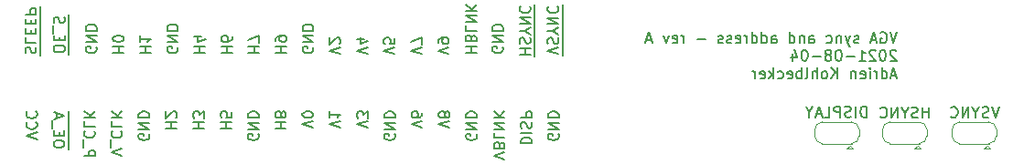
<source format=gbo>
G04 #@! TF.GenerationSoftware,KiCad,Pcbnew,(5.1.10-1-10_14)*
G04 #@! TF.CreationDate,2021-11-19T10:04:18+01:00*
G04 #@! TF.ProjectId,vga_timing_generator,7667615f-7379-46e6-932e-6b696361645f,rev?*
G04 #@! TF.SameCoordinates,Original*
G04 #@! TF.FileFunction,Legend,Bot*
G04 #@! TF.FilePolarity,Positive*
%FSLAX46Y46*%
G04 Gerber Fmt 4.6, Leading zero omitted, Abs format (unit mm)*
G04 Created by KiCad (PCBNEW (5.1.10-1-10_14)) date 2021-11-19 10:04:18*
%MOMM*%
%LPD*%
G01*
G04 APERTURE LIST*
%ADD10C,0.150000*%
%ADD11C,0.120000*%
%ADD12R,1.000000X1.500000*%
%ADD13C,0.100000*%
%ADD14C,3.000000*%
%ADD15C,5.000000*%
%ADD16O,1.600000X1.600000*%
%ADD17R,1.600000X1.600000*%
%ADD18C,1.700000*%
%ADD19C,1.600000*%
%ADD20C,1.200000*%
%ADD21R,1.200000X1.200000*%
G04 APERTURE END LIST*
D10*
X222666861Y-70827380D02*
X222333528Y-71827380D01*
X222000195Y-70827380D01*
X221143052Y-70875000D02*
X221238290Y-70827380D01*
X221381147Y-70827380D01*
X221524004Y-70875000D01*
X221619242Y-70970238D01*
X221666861Y-71065476D01*
X221714480Y-71255952D01*
X221714480Y-71398809D01*
X221666861Y-71589285D01*
X221619242Y-71684523D01*
X221524004Y-71779761D01*
X221381147Y-71827380D01*
X221285909Y-71827380D01*
X221143052Y-71779761D01*
X221095433Y-71732142D01*
X221095433Y-71398809D01*
X221285909Y-71398809D01*
X220714480Y-71541666D02*
X220238290Y-71541666D01*
X220809719Y-71827380D02*
X220476385Y-70827380D01*
X220143052Y-71827380D01*
X219095433Y-71779761D02*
X219000195Y-71827380D01*
X218809719Y-71827380D01*
X218714480Y-71779761D01*
X218666861Y-71684523D01*
X218666861Y-71636904D01*
X218714480Y-71541666D01*
X218809719Y-71494047D01*
X218952576Y-71494047D01*
X219047814Y-71446428D01*
X219095433Y-71351190D01*
X219095433Y-71303571D01*
X219047814Y-71208333D01*
X218952576Y-71160714D01*
X218809719Y-71160714D01*
X218714480Y-71208333D01*
X218333528Y-71160714D02*
X218095433Y-71827380D01*
X217857338Y-71160714D02*
X218095433Y-71827380D01*
X218190671Y-72065476D01*
X218238290Y-72113095D01*
X218333528Y-72160714D01*
X217476385Y-71160714D02*
X217476385Y-71827380D01*
X217476385Y-71255952D02*
X217428766Y-71208333D01*
X217333528Y-71160714D01*
X217190671Y-71160714D01*
X217095433Y-71208333D01*
X217047814Y-71303571D01*
X217047814Y-71827380D01*
X216143052Y-71779761D02*
X216238290Y-71827380D01*
X216428766Y-71827380D01*
X216524004Y-71779761D01*
X216571623Y-71732142D01*
X216619242Y-71636904D01*
X216619242Y-71351190D01*
X216571623Y-71255952D01*
X216524004Y-71208333D01*
X216428766Y-71160714D01*
X216238290Y-71160714D01*
X216143052Y-71208333D01*
X214524004Y-71827380D02*
X214524004Y-71303571D01*
X214571623Y-71208333D01*
X214666861Y-71160714D01*
X214857338Y-71160714D01*
X214952576Y-71208333D01*
X214524004Y-71779761D02*
X214619242Y-71827380D01*
X214857338Y-71827380D01*
X214952576Y-71779761D01*
X215000195Y-71684523D01*
X215000195Y-71589285D01*
X214952576Y-71494047D01*
X214857338Y-71446428D01*
X214619242Y-71446428D01*
X214524004Y-71398809D01*
X214047814Y-71160714D02*
X214047814Y-71827380D01*
X214047814Y-71255952D02*
X214000195Y-71208333D01*
X213904957Y-71160714D01*
X213762100Y-71160714D01*
X213666861Y-71208333D01*
X213619242Y-71303571D01*
X213619242Y-71827380D01*
X212714480Y-71827380D02*
X212714480Y-70827380D01*
X212714480Y-71779761D02*
X212809719Y-71827380D01*
X213000195Y-71827380D01*
X213095433Y-71779761D01*
X213143052Y-71732142D01*
X213190671Y-71636904D01*
X213190671Y-71351190D01*
X213143052Y-71255952D01*
X213095433Y-71208333D01*
X213000195Y-71160714D01*
X212809719Y-71160714D01*
X212714480Y-71208333D01*
X211047814Y-71827380D02*
X211047814Y-71303571D01*
X211095433Y-71208333D01*
X211190671Y-71160714D01*
X211381147Y-71160714D01*
X211476385Y-71208333D01*
X211047814Y-71779761D02*
X211143052Y-71827380D01*
X211381147Y-71827380D01*
X211476385Y-71779761D01*
X211524004Y-71684523D01*
X211524004Y-71589285D01*
X211476385Y-71494047D01*
X211381147Y-71446428D01*
X211143052Y-71446428D01*
X211047814Y-71398809D01*
X210143052Y-71827380D02*
X210143052Y-70827380D01*
X210143052Y-71779761D02*
X210238290Y-71827380D01*
X210428766Y-71827380D01*
X210524004Y-71779761D01*
X210571623Y-71732142D01*
X210619242Y-71636904D01*
X210619242Y-71351190D01*
X210571623Y-71255952D01*
X210524004Y-71208333D01*
X210428766Y-71160714D01*
X210238290Y-71160714D01*
X210143052Y-71208333D01*
X209238290Y-71827380D02*
X209238290Y-70827380D01*
X209238290Y-71779761D02*
X209333528Y-71827380D01*
X209524004Y-71827380D01*
X209619242Y-71779761D01*
X209666861Y-71732142D01*
X209714480Y-71636904D01*
X209714480Y-71351190D01*
X209666861Y-71255952D01*
X209619242Y-71208333D01*
X209524004Y-71160714D01*
X209333528Y-71160714D01*
X209238290Y-71208333D01*
X208762100Y-71827380D02*
X208762100Y-71160714D01*
X208762100Y-71351190D02*
X208714480Y-71255952D01*
X208666861Y-71208333D01*
X208571623Y-71160714D01*
X208476385Y-71160714D01*
X207762100Y-71779761D02*
X207857338Y-71827380D01*
X208047814Y-71827380D01*
X208143052Y-71779761D01*
X208190671Y-71684523D01*
X208190671Y-71303571D01*
X208143052Y-71208333D01*
X208047814Y-71160714D01*
X207857338Y-71160714D01*
X207762100Y-71208333D01*
X207714480Y-71303571D01*
X207714480Y-71398809D01*
X208190671Y-71494047D01*
X207333528Y-71779761D02*
X207238290Y-71827380D01*
X207047814Y-71827380D01*
X206952576Y-71779761D01*
X206904957Y-71684523D01*
X206904957Y-71636904D01*
X206952576Y-71541666D01*
X207047814Y-71494047D01*
X207190671Y-71494047D01*
X207285909Y-71446428D01*
X207333528Y-71351190D01*
X207333528Y-71303571D01*
X207285909Y-71208333D01*
X207190671Y-71160714D01*
X207047814Y-71160714D01*
X206952576Y-71208333D01*
X206524004Y-71779761D02*
X206428766Y-71827380D01*
X206238290Y-71827380D01*
X206143052Y-71779761D01*
X206095433Y-71684523D01*
X206095433Y-71636904D01*
X206143052Y-71541666D01*
X206238290Y-71494047D01*
X206381147Y-71494047D01*
X206476385Y-71446428D01*
X206524004Y-71351190D01*
X206524004Y-71303571D01*
X206476385Y-71208333D01*
X206381147Y-71160714D01*
X206238290Y-71160714D01*
X206143052Y-71208333D01*
X204904957Y-71446428D02*
X204143052Y-71446428D01*
X202904957Y-71827380D02*
X202904957Y-71160714D01*
X202904957Y-71351190D02*
X202857338Y-71255952D01*
X202809719Y-71208333D01*
X202714480Y-71160714D01*
X202619242Y-71160714D01*
X201904957Y-71779761D02*
X202000195Y-71827380D01*
X202190671Y-71827380D01*
X202285909Y-71779761D01*
X202333528Y-71684523D01*
X202333528Y-71303571D01*
X202285909Y-71208333D01*
X202190671Y-71160714D01*
X202000195Y-71160714D01*
X201904957Y-71208333D01*
X201857338Y-71303571D01*
X201857338Y-71398809D01*
X202333528Y-71494047D01*
X201524004Y-71160714D02*
X201285909Y-71827380D01*
X201047814Y-71160714D01*
X199952576Y-71541666D02*
X199476385Y-71541666D01*
X200047814Y-71827380D02*
X199714480Y-70827380D01*
X199381147Y-71827380D01*
X222571623Y-72572619D02*
X222524004Y-72525000D01*
X222428766Y-72477380D01*
X222190671Y-72477380D01*
X222095433Y-72525000D01*
X222047814Y-72572619D01*
X222000195Y-72667857D01*
X222000195Y-72763095D01*
X222047814Y-72905952D01*
X222619242Y-73477380D01*
X222000195Y-73477380D01*
X221381147Y-72477380D02*
X221285909Y-72477380D01*
X221190671Y-72525000D01*
X221143052Y-72572619D01*
X221095433Y-72667857D01*
X221047814Y-72858333D01*
X221047814Y-73096428D01*
X221095433Y-73286904D01*
X221143052Y-73382142D01*
X221190671Y-73429761D01*
X221285909Y-73477380D01*
X221381147Y-73477380D01*
X221476385Y-73429761D01*
X221524004Y-73382142D01*
X221571623Y-73286904D01*
X221619242Y-73096428D01*
X221619242Y-72858333D01*
X221571623Y-72667857D01*
X221524004Y-72572619D01*
X221476385Y-72525000D01*
X221381147Y-72477380D01*
X220666861Y-72572619D02*
X220619242Y-72525000D01*
X220524004Y-72477380D01*
X220285909Y-72477380D01*
X220190671Y-72525000D01*
X220143052Y-72572619D01*
X220095433Y-72667857D01*
X220095433Y-72763095D01*
X220143052Y-72905952D01*
X220714480Y-73477380D01*
X220095433Y-73477380D01*
X219143052Y-73477380D02*
X219714480Y-73477380D01*
X219428766Y-73477380D02*
X219428766Y-72477380D01*
X219524004Y-72620238D01*
X219619242Y-72715476D01*
X219714480Y-72763095D01*
X218714480Y-73096428D02*
X217952576Y-73096428D01*
X217285909Y-72477380D02*
X217190671Y-72477380D01*
X217095433Y-72525000D01*
X217047814Y-72572619D01*
X217000195Y-72667857D01*
X216952576Y-72858333D01*
X216952576Y-73096428D01*
X217000195Y-73286904D01*
X217047814Y-73382142D01*
X217095433Y-73429761D01*
X217190671Y-73477380D01*
X217285909Y-73477380D01*
X217381147Y-73429761D01*
X217428766Y-73382142D01*
X217476385Y-73286904D01*
X217524004Y-73096428D01*
X217524004Y-72858333D01*
X217476385Y-72667857D01*
X217428766Y-72572619D01*
X217381147Y-72525000D01*
X217285909Y-72477380D01*
X216381147Y-72905952D02*
X216476385Y-72858333D01*
X216524004Y-72810714D01*
X216571623Y-72715476D01*
X216571623Y-72667857D01*
X216524004Y-72572619D01*
X216476385Y-72525000D01*
X216381147Y-72477380D01*
X216190671Y-72477380D01*
X216095433Y-72525000D01*
X216047814Y-72572619D01*
X216000195Y-72667857D01*
X216000195Y-72715476D01*
X216047814Y-72810714D01*
X216095433Y-72858333D01*
X216190671Y-72905952D01*
X216381147Y-72905952D01*
X216476385Y-72953571D01*
X216524004Y-73001190D01*
X216571623Y-73096428D01*
X216571623Y-73286904D01*
X216524004Y-73382142D01*
X216476385Y-73429761D01*
X216381147Y-73477380D01*
X216190671Y-73477380D01*
X216095433Y-73429761D01*
X216047814Y-73382142D01*
X216000195Y-73286904D01*
X216000195Y-73096428D01*
X216047814Y-73001190D01*
X216095433Y-72953571D01*
X216190671Y-72905952D01*
X215571623Y-73096428D02*
X214809719Y-73096428D01*
X214143052Y-72477380D02*
X214047814Y-72477380D01*
X213952576Y-72525000D01*
X213904957Y-72572619D01*
X213857338Y-72667857D01*
X213809719Y-72858333D01*
X213809719Y-73096428D01*
X213857338Y-73286904D01*
X213904957Y-73382142D01*
X213952576Y-73429761D01*
X214047814Y-73477380D01*
X214143052Y-73477380D01*
X214238290Y-73429761D01*
X214285909Y-73382142D01*
X214333528Y-73286904D01*
X214381147Y-73096428D01*
X214381147Y-72858333D01*
X214333528Y-72667857D01*
X214285909Y-72572619D01*
X214238290Y-72525000D01*
X214143052Y-72477380D01*
X212952576Y-72810714D02*
X212952576Y-73477380D01*
X213190671Y-72429761D02*
X213428766Y-73144047D01*
X212809719Y-73144047D01*
X222571623Y-74841666D02*
X222095433Y-74841666D01*
X222666861Y-75127380D02*
X222333528Y-74127380D01*
X222000195Y-75127380D01*
X221238290Y-75127380D02*
X221238290Y-74127380D01*
X221238290Y-75079761D02*
X221333528Y-75127380D01*
X221524004Y-75127380D01*
X221619242Y-75079761D01*
X221666861Y-75032142D01*
X221714480Y-74936904D01*
X221714480Y-74651190D01*
X221666861Y-74555952D01*
X221619242Y-74508333D01*
X221524004Y-74460714D01*
X221333528Y-74460714D01*
X221238290Y-74508333D01*
X220762100Y-75127380D02*
X220762100Y-74460714D01*
X220762100Y-74651190D02*
X220714480Y-74555952D01*
X220666861Y-74508333D01*
X220571623Y-74460714D01*
X220476385Y-74460714D01*
X220143052Y-75127380D02*
X220143052Y-74460714D01*
X220143052Y-74127380D02*
X220190671Y-74175000D01*
X220143052Y-74222619D01*
X220095433Y-74175000D01*
X220143052Y-74127380D01*
X220143052Y-74222619D01*
X219285909Y-75079761D02*
X219381147Y-75127380D01*
X219571623Y-75127380D01*
X219666861Y-75079761D01*
X219714480Y-74984523D01*
X219714480Y-74603571D01*
X219666861Y-74508333D01*
X219571623Y-74460714D01*
X219381147Y-74460714D01*
X219285909Y-74508333D01*
X219238290Y-74603571D01*
X219238290Y-74698809D01*
X219714480Y-74794047D01*
X218809719Y-74460714D02*
X218809719Y-75127380D01*
X218809719Y-74555952D02*
X218762100Y-74508333D01*
X218666861Y-74460714D01*
X218524004Y-74460714D01*
X218428766Y-74508333D01*
X218381147Y-74603571D01*
X218381147Y-75127380D01*
X217143052Y-75127380D02*
X217143052Y-74127380D01*
X216571623Y-75127380D02*
X217000195Y-74555952D01*
X216571623Y-74127380D02*
X217143052Y-74698809D01*
X216000195Y-75127380D02*
X216095433Y-75079761D01*
X216143052Y-75032142D01*
X216190671Y-74936904D01*
X216190671Y-74651190D01*
X216143052Y-74555952D01*
X216095433Y-74508333D01*
X216000195Y-74460714D01*
X215857338Y-74460714D01*
X215762100Y-74508333D01*
X215714480Y-74555952D01*
X215666861Y-74651190D01*
X215666861Y-74936904D01*
X215714480Y-75032142D01*
X215762100Y-75079761D01*
X215857338Y-75127380D01*
X216000195Y-75127380D01*
X215238290Y-75127380D02*
X215238290Y-74127380D01*
X214809719Y-75127380D02*
X214809719Y-74603571D01*
X214857338Y-74508333D01*
X214952576Y-74460714D01*
X215095433Y-74460714D01*
X215190671Y-74508333D01*
X215238290Y-74555952D01*
X214190671Y-75127380D02*
X214285909Y-75079761D01*
X214333528Y-74984523D01*
X214333528Y-74127380D01*
X213809719Y-75127380D02*
X213809719Y-74127380D01*
X213809719Y-74508333D02*
X213714480Y-74460714D01*
X213524004Y-74460714D01*
X213428766Y-74508333D01*
X213381147Y-74555952D01*
X213333528Y-74651190D01*
X213333528Y-74936904D01*
X213381147Y-75032142D01*
X213428766Y-75079761D01*
X213524004Y-75127380D01*
X213714480Y-75127380D01*
X213809719Y-75079761D01*
X212524004Y-75079761D02*
X212619242Y-75127380D01*
X212809719Y-75127380D01*
X212904957Y-75079761D01*
X212952576Y-74984523D01*
X212952576Y-74603571D01*
X212904957Y-74508333D01*
X212809719Y-74460714D01*
X212619242Y-74460714D01*
X212524004Y-74508333D01*
X212476385Y-74603571D01*
X212476385Y-74698809D01*
X212952576Y-74794047D01*
X211619242Y-75079761D02*
X211714480Y-75127380D01*
X211904957Y-75127380D01*
X212000195Y-75079761D01*
X212047814Y-75032142D01*
X212095433Y-74936904D01*
X212095433Y-74651190D01*
X212047814Y-74555952D01*
X212000195Y-74508333D01*
X211904957Y-74460714D01*
X211714480Y-74460714D01*
X211619242Y-74508333D01*
X211190671Y-75127380D02*
X211190671Y-74127380D01*
X211095433Y-74746428D02*
X210809719Y-75127380D01*
X210809719Y-74460714D02*
X211190671Y-74841666D01*
X210000195Y-75079761D02*
X210095433Y-75127380D01*
X210285909Y-75127380D01*
X210381147Y-75079761D01*
X210428766Y-74984523D01*
X210428766Y-74603571D01*
X210381147Y-74508333D01*
X210285909Y-74460714D01*
X210095433Y-74460714D01*
X210000195Y-74508333D01*
X209952576Y-74603571D01*
X209952576Y-74698809D01*
X210428766Y-74794047D01*
X209524004Y-75127380D02*
X209524004Y-74460714D01*
X209524004Y-74651190D02*
X209476385Y-74555952D01*
X209428766Y-74508333D01*
X209333528Y-74460714D01*
X209238290Y-74460714D01*
X191694400Y-72959552D02*
X191694400Y-72102410D01*
X191327019Y-72864314D02*
X190327019Y-72530981D01*
X191327019Y-72197648D01*
X191694400Y-72102410D02*
X191694400Y-71150029D01*
X190374638Y-71911933D02*
X190327019Y-71769076D01*
X190327019Y-71530981D01*
X190374638Y-71435743D01*
X190422257Y-71388124D01*
X190517495Y-71340505D01*
X190612733Y-71340505D01*
X190707971Y-71388124D01*
X190755590Y-71435743D01*
X190803209Y-71530981D01*
X190850828Y-71721457D01*
X190898447Y-71816695D01*
X190946066Y-71864314D01*
X191041304Y-71911933D01*
X191136542Y-71911933D01*
X191231780Y-71864314D01*
X191279400Y-71816695D01*
X191327019Y-71721457D01*
X191327019Y-71483362D01*
X191279400Y-71340505D01*
X191694400Y-71150029D02*
X191694400Y-70292886D01*
X190803209Y-70721457D02*
X190327019Y-70721457D01*
X191327019Y-71054790D02*
X190803209Y-70721457D01*
X191327019Y-70388124D01*
X191694400Y-70292886D02*
X191694400Y-69245267D01*
X190327019Y-70054790D02*
X191327019Y-70054790D01*
X190327019Y-69483362D01*
X191327019Y-69483362D01*
X191694400Y-69245267D02*
X191694400Y-68245267D01*
X190422257Y-68435743D02*
X190374638Y-68483362D01*
X190327019Y-68626219D01*
X190327019Y-68721457D01*
X190374638Y-68864314D01*
X190469876Y-68959552D01*
X190565114Y-69007171D01*
X190755590Y-69054790D01*
X190898447Y-69054790D01*
X191088923Y-69007171D01*
X191184161Y-68959552D01*
X191279400Y-68864314D01*
X191327019Y-68721457D01*
X191327019Y-68626219D01*
X191279400Y-68483362D01*
X191231780Y-68435743D01*
X191304800Y-80284723D02*
X191352419Y-80379961D01*
X191352419Y-80522819D01*
X191304800Y-80665676D01*
X191209561Y-80760914D01*
X191114323Y-80808533D01*
X190923847Y-80856152D01*
X190780990Y-80856152D01*
X190590514Y-80808533D01*
X190495276Y-80760914D01*
X190400038Y-80665676D01*
X190352419Y-80522819D01*
X190352419Y-80427580D01*
X190400038Y-80284723D01*
X190447657Y-80237104D01*
X190780990Y-80237104D01*
X190780990Y-80427580D01*
X190352419Y-79808533D02*
X191352419Y-79808533D01*
X190352419Y-79237104D01*
X191352419Y-79237104D01*
X190352419Y-78760914D02*
X191352419Y-78760914D01*
X191352419Y-78522819D01*
X191304800Y-78379961D01*
X191209561Y-78284723D01*
X191114323Y-78237104D01*
X190923847Y-78189485D01*
X190780990Y-78189485D01*
X190590514Y-78237104D01*
X190495276Y-78284723D01*
X190400038Y-78379961D01*
X190352419Y-78522819D01*
X190352419Y-78760914D01*
X189103600Y-73115180D02*
X189103600Y-72067561D01*
X187736219Y-72877085D02*
X188736219Y-72877085D01*
X188260028Y-72877085D02*
X188260028Y-72305657D01*
X187736219Y-72305657D02*
X188736219Y-72305657D01*
X189103600Y-72067561D02*
X189103600Y-71115180D01*
X187783838Y-71877085D02*
X187736219Y-71734228D01*
X187736219Y-71496133D01*
X187783838Y-71400895D01*
X187831457Y-71353276D01*
X187926695Y-71305657D01*
X188021933Y-71305657D01*
X188117171Y-71353276D01*
X188164790Y-71400895D01*
X188212409Y-71496133D01*
X188260028Y-71686609D01*
X188307647Y-71781847D01*
X188355266Y-71829466D01*
X188450504Y-71877085D01*
X188545742Y-71877085D01*
X188640980Y-71829466D01*
X188688600Y-71781847D01*
X188736219Y-71686609D01*
X188736219Y-71448514D01*
X188688600Y-71305657D01*
X189103600Y-71115180D02*
X189103600Y-70258038D01*
X188212409Y-70686609D02*
X187736219Y-70686609D01*
X188736219Y-71019942D02*
X188212409Y-70686609D01*
X188736219Y-70353276D01*
X189103600Y-70258038D02*
X189103600Y-69210419D01*
X187736219Y-70019942D02*
X188736219Y-70019942D01*
X187736219Y-69448514D01*
X188736219Y-69448514D01*
X189103600Y-69210419D02*
X189103600Y-68210419D01*
X187831457Y-68400895D02*
X187783838Y-68448514D01*
X187736219Y-68591371D01*
X187736219Y-68686609D01*
X187783838Y-68829466D01*
X187879076Y-68924704D01*
X187974314Y-68972323D01*
X188164790Y-69019942D01*
X188307647Y-69019942D01*
X188498123Y-68972323D01*
X188593361Y-68924704D01*
X188688600Y-68829466D01*
X188736219Y-68686609D01*
X188736219Y-68591371D01*
X188688600Y-68448514D01*
X188640980Y-68400895D01*
X187863219Y-81155990D02*
X188863219Y-81155990D01*
X188863219Y-80917895D01*
X188815600Y-80775038D01*
X188720361Y-80679800D01*
X188625123Y-80632180D01*
X188434647Y-80584561D01*
X188291790Y-80584561D01*
X188101314Y-80632180D01*
X188006076Y-80679800D01*
X187910838Y-80775038D01*
X187863219Y-80917895D01*
X187863219Y-81155990D01*
X187863219Y-80155990D02*
X188863219Y-80155990D01*
X187910838Y-79727419D02*
X187863219Y-79584561D01*
X187863219Y-79346466D01*
X187910838Y-79251228D01*
X187958457Y-79203609D01*
X188053695Y-79155990D01*
X188148933Y-79155990D01*
X188244171Y-79203609D01*
X188291790Y-79251228D01*
X188339409Y-79346466D01*
X188387028Y-79536942D01*
X188434647Y-79632180D01*
X188482266Y-79679800D01*
X188577504Y-79727419D01*
X188672742Y-79727419D01*
X188767980Y-79679800D01*
X188815600Y-79632180D01*
X188863219Y-79536942D01*
X188863219Y-79298847D01*
X188815600Y-79155990D01*
X187863219Y-78727419D02*
X188863219Y-78727419D01*
X188863219Y-78346466D01*
X188815600Y-78251228D01*
X188767980Y-78203609D01*
X188672742Y-78155990D01*
X188529885Y-78155990D01*
X188434647Y-78203609D01*
X188387028Y-78251228D01*
X188339409Y-78346466D01*
X188339409Y-78727419D01*
X186148613Y-72197647D02*
X186196232Y-72292885D01*
X186196232Y-72435743D01*
X186148613Y-72578600D01*
X186053374Y-72673838D01*
X185958136Y-72721457D01*
X185767660Y-72769076D01*
X185624803Y-72769076D01*
X185434327Y-72721457D01*
X185339089Y-72673838D01*
X185243851Y-72578600D01*
X185196232Y-72435743D01*
X185196232Y-72340504D01*
X185243851Y-72197647D01*
X185291470Y-72150028D01*
X185624803Y-72150028D01*
X185624803Y-72340504D01*
X185196232Y-71721457D02*
X186196232Y-71721457D01*
X185196232Y-71150028D01*
X186196232Y-71150028D01*
X185196232Y-70673838D02*
X186196232Y-70673838D01*
X186196232Y-70435743D01*
X186148613Y-70292885D01*
X186053374Y-70197647D01*
X185958136Y-70150028D01*
X185767660Y-70102409D01*
X185624803Y-70102409D01*
X185434327Y-70150028D01*
X185339089Y-70197647D01*
X185243851Y-70292885D01*
X185196232Y-70435743D01*
X185196232Y-70673838D01*
X186348619Y-82627504D02*
X185348619Y-82294171D01*
X186348619Y-81960838D01*
X185872428Y-81294171D02*
X185824809Y-81151314D01*
X185777190Y-81103695D01*
X185681952Y-81056076D01*
X185539095Y-81056076D01*
X185443857Y-81103695D01*
X185396238Y-81151314D01*
X185348619Y-81246552D01*
X185348619Y-81627504D01*
X186348619Y-81627504D01*
X186348619Y-81294171D01*
X186301000Y-81198933D01*
X186253380Y-81151314D01*
X186158142Y-81103695D01*
X186062904Y-81103695D01*
X185967666Y-81151314D01*
X185920047Y-81198933D01*
X185872428Y-81294171D01*
X185872428Y-81627504D01*
X185348619Y-80151314D02*
X185348619Y-80627504D01*
X186348619Y-80627504D01*
X185348619Y-79817980D02*
X186348619Y-79817980D01*
X185348619Y-79246552D01*
X186348619Y-79246552D01*
X185348619Y-78770361D02*
X186348619Y-78770361D01*
X185348619Y-78198933D02*
X185920047Y-78627504D01*
X186348619Y-78198933D02*
X185777190Y-78770361D01*
X182732419Y-72724685D02*
X183732419Y-72724685D01*
X183256228Y-72724685D02*
X183256228Y-72153257D01*
X182732419Y-72153257D02*
X183732419Y-72153257D01*
X183256228Y-71343733D02*
X183208609Y-71200876D01*
X183160990Y-71153257D01*
X183065752Y-71105638D01*
X182922895Y-71105638D01*
X182827657Y-71153257D01*
X182780038Y-71200876D01*
X182732419Y-71296114D01*
X182732419Y-71677066D01*
X183732419Y-71677066D01*
X183732419Y-71343733D01*
X183684800Y-71248495D01*
X183637180Y-71200876D01*
X183541942Y-71153257D01*
X183446704Y-71153257D01*
X183351466Y-71200876D01*
X183303847Y-71248495D01*
X183256228Y-71343733D01*
X183256228Y-71677066D01*
X182732419Y-70200876D02*
X182732419Y-70677066D01*
X183732419Y-70677066D01*
X182732419Y-69867542D02*
X183732419Y-69867542D01*
X182732419Y-69296114D01*
X183732419Y-69296114D01*
X182732419Y-68819923D02*
X183732419Y-68819923D01*
X182732419Y-68248495D02*
X183303847Y-68677066D01*
X183732419Y-68248495D02*
X183160990Y-68819923D01*
X183731368Y-80284723D02*
X183778987Y-80379961D01*
X183778987Y-80522819D01*
X183731368Y-80665676D01*
X183636129Y-80760914D01*
X183540891Y-80808533D01*
X183350415Y-80856152D01*
X183207558Y-80856152D01*
X183017082Y-80808533D01*
X182921844Y-80760914D01*
X182826606Y-80665676D01*
X182778987Y-80522819D01*
X182778987Y-80427580D01*
X182826606Y-80284723D01*
X182874225Y-80237104D01*
X183207558Y-80237104D01*
X183207558Y-80427580D01*
X182778987Y-79808533D02*
X183778987Y-79808533D01*
X182778987Y-79237104D01*
X183778987Y-79237104D01*
X182778987Y-78760914D02*
X183778987Y-78760914D01*
X183778987Y-78522819D01*
X183731368Y-78379961D01*
X183636129Y-78284723D01*
X183540891Y-78237104D01*
X183350415Y-78189485D01*
X183207558Y-78189485D01*
X183017082Y-78237104D01*
X182921844Y-78284723D01*
X182826606Y-78379961D01*
X182778987Y-78522819D01*
X182778987Y-78760914D01*
X181182654Y-72864314D02*
X180182654Y-72530981D01*
X181182654Y-72197648D01*
X180182654Y-71816695D02*
X180182654Y-71626219D01*
X180230273Y-71530981D01*
X180277892Y-71483362D01*
X180420749Y-71388124D01*
X180611225Y-71340505D01*
X180992177Y-71340505D01*
X181087415Y-71388124D01*
X181135035Y-71435743D01*
X181182654Y-71530981D01*
X181182654Y-71721457D01*
X181135035Y-71816695D01*
X181087415Y-71864314D01*
X180992177Y-71911933D01*
X180754082Y-71911933D01*
X180658844Y-71864314D01*
X180611225Y-71816695D01*
X180563606Y-71721457D01*
X180563606Y-71530981D01*
X180611225Y-71435743D01*
X180658844Y-71388124D01*
X180754082Y-71340505D01*
X181254514Y-79713295D02*
X180254514Y-79379962D01*
X181254514Y-79046629D01*
X180825942Y-78570438D02*
X180873561Y-78665676D01*
X180921180Y-78713295D01*
X181016418Y-78760914D01*
X181064037Y-78760914D01*
X181159275Y-78713295D01*
X181206895Y-78665676D01*
X181254514Y-78570438D01*
X181254514Y-78379962D01*
X181206895Y-78284724D01*
X181159275Y-78237105D01*
X181064037Y-78189486D01*
X181016418Y-78189486D01*
X180921180Y-78237105D01*
X180873561Y-78284724D01*
X180825942Y-78379962D01*
X180825942Y-78570438D01*
X180778323Y-78665676D01*
X180730704Y-78713295D01*
X180635466Y-78760914D01*
X180444990Y-78760914D01*
X180349752Y-78713295D01*
X180302133Y-78665676D01*
X180254514Y-78570438D01*
X180254514Y-78379962D01*
X180302133Y-78284724D01*
X180349752Y-78237105D01*
X180444990Y-78189486D01*
X180635466Y-78189486D01*
X180730704Y-78237105D01*
X180778323Y-78284724D01*
X180825942Y-78379962D01*
X178675865Y-72864314D02*
X177675865Y-72530981D01*
X178675865Y-72197648D01*
X178675865Y-71959552D02*
X178675865Y-71292886D01*
X177675865Y-71721457D01*
X178730041Y-79713295D02*
X177730041Y-79379962D01*
X178730041Y-79046629D01*
X178730041Y-78284724D02*
X178730041Y-78475200D01*
X178682422Y-78570438D01*
X178634802Y-78618057D01*
X178491945Y-78713295D01*
X178301469Y-78760914D01*
X177920517Y-78760914D01*
X177825279Y-78713295D01*
X177777660Y-78665676D01*
X177730041Y-78570438D01*
X177730041Y-78379962D01*
X177777660Y-78284724D01*
X177825279Y-78237105D01*
X177920517Y-78189486D01*
X178158612Y-78189486D01*
X178253850Y-78237105D01*
X178301469Y-78284724D01*
X178349088Y-78379962D01*
X178349088Y-78570438D01*
X178301469Y-78665676D01*
X178253850Y-78713295D01*
X178158612Y-78760914D01*
X176169076Y-72864314D02*
X175169076Y-72530981D01*
X176169076Y-72197648D01*
X176169076Y-71388124D02*
X176169076Y-71864314D01*
X175692885Y-71911933D01*
X175740504Y-71864314D01*
X175788123Y-71769076D01*
X175788123Y-71530981D01*
X175740504Y-71435743D01*
X175692885Y-71388124D01*
X175597647Y-71340505D01*
X175359552Y-71340505D01*
X175264314Y-71388124D01*
X175216695Y-71435743D01*
X175169076Y-71530981D01*
X175169076Y-71769076D01*
X175216695Y-71864314D01*
X175264314Y-71911933D01*
X176157949Y-80284723D02*
X176205568Y-80379961D01*
X176205568Y-80522819D01*
X176157949Y-80665676D01*
X176062710Y-80760914D01*
X175967472Y-80808533D01*
X175776996Y-80856152D01*
X175634139Y-80856152D01*
X175443663Y-80808533D01*
X175348425Y-80760914D01*
X175253187Y-80665676D01*
X175205568Y-80522819D01*
X175205568Y-80427580D01*
X175253187Y-80284723D01*
X175300806Y-80237104D01*
X175634139Y-80237104D01*
X175634139Y-80427580D01*
X175205568Y-79808533D02*
X176205568Y-79808533D01*
X175205568Y-79237104D01*
X176205568Y-79237104D01*
X175205568Y-78760914D02*
X176205568Y-78760914D01*
X176205568Y-78522819D01*
X176157949Y-78379961D01*
X176062710Y-78284723D01*
X175967472Y-78237104D01*
X175776996Y-78189485D01*
X175634139Y-78189485D01*
X175443663Y-78237104D01*
X175348425Y-78284723D01*
X175253187Y-78379961D01*
X175205568Y-78522819D01*
X175205568Y-78760914D01*
X173662287Y-72864314D02*
X172662287Y-72530981D01*
X173662287Y-72197648D01*
X173328953Y-71435743D02*
X172662287Y-71435743D01*
X173709906Y-71673838D02*
X172995620Y-71911933D01*
X172995620Y-71292886D01*
X173681095Y-79713295D02*
X172681095Y-79379962D01*
X173681095Y-79046629D01*
X173681095Y-78808533D02*
X173681095Y-78189486D01*
X173300142Y-78522819D01*
X173300142Y-78379962D01*
X173252523Y-78284724D01*
X173204904Y-78237105D01*
X173109666Y-78189486D01*
X172871571Y-78189486D01*
X172776333Y-78237105D01*
X172728714Y-78284724D01*
X172681095Y-78379962D01*
X172681095Y-78665676D01*
X172728714Y-78760914D01*
X172776333Y-78808533D01*
X171155498Y-72864314D02*
X170155498Y-72530981D01*
X171155498Y-72197648D01*
X171060259Y-71911933D02*
X171107879Y-71864314D01*
X171155498Y-71769076D01*
X171155498Y-71530981D01*
X171107879Y-71435743D01*
X171060259Y-71388124D01*
X170965021Y-71340505D01*
X170869783Y-71340505D01*
X170726926Y-71388124D01*
X170155498Y-71959552D01*
X170155498Y-71340505D01*
X171156622Y-79713295D02*
X170156622Y-79379962D01*
X171156622Y-79046629D01*
X170156622Y-78189486D02*
X170156622Y-78760914D01*
X170156622Y-78475200D02*
X171156622Y-78475200D01*
X171013764Y-78570438D01*
X170918526Y-78665676D01*
X170870907Y-78760914D01*
X168601090Y-72197647D02*
X168648709Y-72292885D01*
X168648709Y-72435743D01*
X168601090Y-72578600D01*
X168505851Y-72673838D01*
X168410613Y-72721457D01*
X168220137Y-72769076D01*
X168077280Y-72769076D01*
X167886804Y-72721457D01*
X167791566Y-72673838D01*
X167696328Y-72578600D01*
X167648709Y-72435743D01*
X167648709Y-72340504D01*
X167696328Y-72197647D01*
X167743947Y-72150028D01*
X168077280Y-72150028D01*
X168077280Y-72340504D01*
X167648709Y-71721457D02*
X168648709Y-71721457D01*
X167648709Y-71150028D01*
X168648709Y-71150028D01*
X167648709Y-70673838D02*
X168648709Y-70673838D01*
X168648709Y-70435743D01*
X168601090Y-70292885D01*
X168505851Y-70197647D01*
X168410613Y-70150028D01*
X168220137Y-70102409D01*
X168077280Y-70102409D01*
X167886804Y-70150028D01*
X167791566Y-70197647D01*
X167696328Y-70292885D01*
X167648709Y-70435743D01*
X167648709Y-70673838D01*
X168632149Y-79713295D02*
X167632149Y-79379962D01*
X168632149Y-79046629D01*
X168632149Y-78522819D02*
X168632149Y-78427581D01*
X168584530Y-78332343D01*
X168536910Y-78284724D01*
X168441672Y-78237105D01*
X168251196Y-78189486D01*
X168013101Y-78189486D01*
X167822625Y-78237105D01*
X167727387Y-78284724D01*
X167679768Y-78332343D01*
X167632149Y-78427581D01*
X167632149Y-78522819D01*
X167679768Y-78618057D01*
X167727387Y-78665676D01*
X167822625Y-78713295D01*
X168013101Y-78760914D01*
X168251196Y-78760914D01*
X168441672Y-78713295D01*
X168536910Y-78665676D01*
X168584530Y-78618057D01*
X168632149Y-78522819D01*
X165141920Y-72721457D02*
X166141920Y-72721457D01*
X165665729Y-72721457D02*
X165665729Y-72150029D01*
X165141920Y-72150029D02*
X166141920Y-72150029D01*
X165141920Y-71626219D02*
X165141920Y-71435743D01*
X165189539Y-71340505D01*
X165237158Y-71292886D01*
X165380015Y-71197648D01*
X165570491Y-71150029D01*
X165951443Y-71150029D01*
X166046681Y-71197648D01*
X166094301Y-71245267D01*
X166141920Y-71340505D01*
X166141920Y-71530981D01*
X166094301Y-71626219D01*
X166046681Y-71673838D01*
X165951443Y-71721457D01*
X165713348Y-71721457D01*
X165618110Y-71673838D01*
X165570491Y-71626219D01*
X165522872Y-71530981D01*
X165522872Y-71340505D01*
X165570491Y-71245267D01*
X165618110Y-71197648D01*
X165713348Y-71150029D01*
X165107676Y-79760914D02*
X166107676Y-79760914D01*
X165631485Y-79760914D02*
X165631485Y-79189486D01*
X165107676Y-79189486D02*
X166107676Y-79189486D01*
X165679104Y-78570438D02*
X165726723Y-78665676D01*
X165774342Y-78713295D01*
X165869580Y-78760914D01*
X165917199Y-78760914D01*
X166012437Y-78713295D01*
X166060057Y-78665676D01*
X166107676Y-78570438D01*
X166107676Y-78379962D01*
X166060057Y-78284724D01*
X166012437Y-78237105D01*
X165917199Y-78189486D01*
X165869580Y-78189486D01*
X165774342Y-78237105D01*
X165726723Y-78284724D01*
X165679104Y-78379962D01*
X165679104Y-78570438D01*
X165631485Y-78665676D01*
X165583866Y-78713295D01*
X165488628Y-78760914D01*
X165298152Y-78760914D01*
X165202914Y-78713295D01*
X165155295Y-78665676D01*
X165107676Y-78570438D01*
X165107676Y-78379962D01*
X165155295Y-78284724D01*
X165202914Y-78237105D01*
X165298152Y-78189486D01*
X165488628Y-78189486D01*
X165583866Y-78237105D01*
X165631485Y-78284724D01*
X165679104Y-78379962D01*
X162635131Y-72721457D02*
X163635131Y-72721457D01*
X163158940Y-72721457D02*
X163158940Y-72150029D01*
X162635131Y-72150029D02*
X163635131Y-72150029D01*
X163635131Y-71769076D02*
X163635131Y-71102410D01*
X162635131Y-71530981D01*
X163535584Y-80284723D02*
X163583203Y-80379961D01*
X163583203Y-80522819D01*
X163535584Y-80665676D01*
X163440345Y-80760914D01*
X163345107Y-80808533D01*
X163154631Y-80856152D01*
X163011774Y-80856152D01*
X162821298Y-80808533D01*
X162726060Y-80760914D01*
X162630822Y-80665676D01*
X162583203Y-80522819D01*
X162583203Y-80427580D01*
X162630822Y-80284723D01*
X162678441Y-80237104D01*
X163011774Y-80237104D01*
X163011774Y-80427580D01*
X162583203Y-79808533D02*
X163583203Y-79808533D01*
X162583203Y-79237104D01*
X163583203Y-79237104D01*
X162583203Y-78760914D02*
X163583203Y-78760914D01*
X163583203Y-78522819D01*
X163535584Y-78379961D01*
X163440345Y-78284723D01*
X163345107Y-78237104D01*
X163154631Y-78189485D01*
X163011774Y-78189485D01*
X162821298Y-78237104D01*
X162726060Y-78284723D01*
X162630822Y-78379961D01*
X162583203Y-78522819D01*
X162583203Y-78760914D01*
X160128342Y-72721457D02*
X161128342Y-72721457D01*
X160652151Y-72721457D02*
X160652151Y-72150029D01*
X160128342Y-72150029D02*
X161128342Y-72150029D01*
X161128342Y-71245267D02*
X161128342Y-71435743D01*
X161080723Y-71530981D01*
X161033103Y-71578600D01*
X160890246Y-71673838D01*
X160699770Y-71721457D01*
X160318818Y-71721457D01*
X160223580Y-71673838D01*
X160175961Y-71626219D01*
X160128342Y-71530981D01*
X160128342Y-71340505D01*
X160175961Y-71245267D01*
X160223580Y-71197648D01*
X160318818Y-71150029D01*
X160556913Y-71150029D01*
X160652151Y-71197648D01*
X160699770Y-71245267D01*
X160747389Y-71340505D01*
X160747389Y-71530981D01*
X160699770Y-71626219D01*
X160652151Y-71673838D01*
X160556913Y-71721457D01*
X160058730Y-79760914D02*
X161058730Y-79760914D01*
X160582539Y-79760914D02*
X160582539Y-79189486D01*
X160058730Y-79189486D02*
X161058730Y-79189486D01*
X161058730Y-78237105D02*
X161058730Y-78713295D01*
X160582539Y-78760914D01*
X160630158Y-78713295D01*
X160677777Y-78618057D01*
X160677777Y-78379962D01*
X160630158Y-78284724D01*
X160582539Y-78237105D01*
X160487301Y-78189486D01*
X160249206Y-78189486D01*
X160153968Y-78237105D01*
X160106349Y-78284724D01*
X160058730Y-78379962D01*
X160058730Y-78618057D01*
X160106349Y-78713295D01*
X160153968Y-78760914D01*
X157621553Y-72721457D02*
X158621553Y-72721457D01*
X158145362Y-72721457D02*
X158145362Y-72150029D01*
X157621553Y-72150029D02*
X158621553Y-72150029D01*
X158288219Y-71245267D02*
X157621553Y-71245267D01*
X158669172Y-71483362D02*
X157954886Y-71721457D01*
X157954886Y-71102410D01*
X157534257Y-79760914D02*
X158534257Y-79760914D01*
X158058066Y-79760914D02*
X158058066Y-79189486D01*
X157534257Y-79189486D02*
X158534257Y-79189486D01*
X158534257Y-78808533D02*
X158534257Y-78189486D01*
X158153304Y-78522819D01*
X158153304Y-78379962D01*
X158105685Y-78284724D01*
X158058066Y-78237105D01*
X157962828Y-78189486D01*
X157724733Y-78189486D01*
X157629495Y-78237105D01*
X157581876Y-78284724D01*
X157534257Y-78379962D01*
X157534257Y-78665676D01*
X157581876Y-78760914D01*
X157629495Y-78808533D01*
X156067145Y-72197647D02*
X156114764Y-72292885D01*
X156114764Y-72435743D01*
X156067145Y-72578600D01*
X155971906Y-72673838D01*
X155876668Y-72721457D01*
X155686192Y-72769076D01*
X155543335Y-72769076D01*
X155352859Y-72721457D01*
X155257621Y-72673838D01*
X155162383Y-72578600D01*
X155114764Y-72435743D01*
X155114764Y-72340504D01*
X155162383Y-72197647D01*
X155210002Y-72150028D01*
X155543335Y-72150028D01*
X155543335Y-72340504D01*
X155114764Y-71721457D02*
X156114764Y-71721457D01*
X155114764Y-71150028D01*
X156114764Y-71150028D01*
X155114764Y-70673838D02*
X156114764Y-70673838D01*
X156114764Y-70435743D01*
X156067145Y-70292885D01*
X155971906Y-70197647D01*
X155876668Y-70150028D01*
X155686192Y-70102409D01*
X155543335Y-70102409D01*
X155352859Y-70150028D01*
X155257621Y-70197647D01*
X155162383Y-70292885D01*
X155114764Y-70435743D01*
X155114764Y-70673838D01*
X155009784Y-79760914D02*
X156009784Y-79760914D01*
X155533593Y-79760914D02*
X155533593Y-79189486D01*
X155009784Y-79189486D02*
X156009784Y-79189486D01*
X155914545Y-78760914D02*
X155962165Y-78713295D01*
X156009784Y-78618057D01*
X156009784Y-78379962D01*
X155962165Y-78284724D01*
X155914545Y-78237105D01*
X155819307Y-78189486D01*
X155724069Y-78189486D01*
X155581212Y-78237105D01*
X155009784Y-78808533D01*
X155009784Y-78189486D01*
X152607975Y-72721457D02*
X153607975Y-72721457D01*
X153131784Y-72721457D02*
X153131784Y-72150029D01*
X152607975Y-72150029D02*
X153607975Y-72150029D01*
X152607975Y-71150029D02*
X152607975Y-71721457D01*
X152607975Y-71435743D02*
X153607975Y-71435743D01*
X153465117Y-71530981D01*
X153369879Y-71626219D01*
X153322260Y-71721457D01*
X153437692Y-80284723D02*
X153485311Y-80379961D01*
X153485311Y-80522819D01*
X153437692Y-80665676D01*
X153342453Y-80760914D01*
X153247215Y-80808533D01*
X153056739Y-80856152D01*
X152913882Y-80856152D01*
X152723406Y-80808533D01*
X152628168Y-80760914D01*
X152532930Y-80665676D01*
X152485311Y-80522819D01*
X152485311Y-80427580D01*
X152532930Y-80284723D01*
X152580549Y-80237104D01*
X152913882Y-80237104D01*
X152913882Y-80427580D01*
X152485311Y-79808533D02*
X153485311Y-79808533D01*
X152485311Y-79237104D01*
X153485311Y-79237104D01*
X152485311Y-78760914D02*
X153485311Y-78760914D01*
X153485311Y-78522819D01*
X153437692Y-78379961D01*
X153342453Y-78284723D01*
X153247215Y-78237104D01*
X153056739Y-78189485D01*
X152913882Y-78189485D01*
X152723406Y-78237104D01*
X152628168Y-78284723D01*
X152532930Y-78379961D01*
X152485311Y-78522819D01*
X152485311Y-78760914D01*
X150101186Y-72721457D02*
X151101186Y-72721457D01*
X150624995Y-72721457D02*
X150624995Y-72150029D01*
X150101186Y-72150029D02*
X151101186Y-72150029D01*
X151101186Y-71483362D02*
X151101186Y-71388124D01*
X151053567Y-71292886D01*
X151005947Y-71245267D01*
X150910709Y-71197648D01*
X150720233Y-71150029D01*
X150482138Y-71150029D01*
X150291662Y-71197648D01*
X150196424Y-71245267D01*
X150148805Y-71292886D01*
X150101186Y-71388124D01*
X150101186Y-71483362D01*
X150148805Y-71578600D01*
X150196424Y-71626219D01*
X150291662Y-71673838D01*
X150482138Y-71721457D01*
X150720233Y-71721457D01*
X150910709Y-71673838D01*
X151005947Y-71626219D01*
X151053567Y-71578600D01*
X151101186Y-71483362D01*
X150960838Y-82332342D02*
X149960838Y-81999009D01*
X150960838Y-81665675D01*
X149865599Y-81570437D02*
X149865599Y-80808533D01*
X150056076Y-79999009D02*
X150008457Y-80046628D01*
X149960838Y-80189485D01*
X149960838Y-80284723D01*
X150008457Y-80427580D01*
X150103695Y-80522818D01*
X150198933Y-80570437D01*
X150389409Y-80618056D01*
X150532266Y-80618056D01*
X150722742Y-80570437D01*
X150817980Y-80522818D01*
X150913219Y-80427580D01*
X150960838Y-80284723D01*
X150960838Y-80189485D01*
X150913219Y-80046628D01*
X150865599Y-79999009D01*
X149960838Y-79094247D02*
X149960838Y-79570437D01*
X150960838Y-79570437D01*
X149960838Y-78760914D02*
X150960838Y-78760914D01*
X149960838Y-78189485D02*
X150532266Y-78618056D01*
X150960838Y-78189485D02*
X150389409Y-78760914D01*
X148546778Y-72197647D02*
X148594397Y-72292885D01*
X148594397Y-72435743D01*
X148546778Y-72578600D01*
X148451539Y-72673838D01*
X148356301Y-72721457D01*
X148165825Y-72769076D01*
X148022968Y-72769076D01*
X147832492Y-72721457D01*
X147737254Y-72673838D01*
X147642016Y-72578600D01*
X147594397Y-72435743D01*
X147594397Y-72340504D01*
X147642016Y-72197647D01*
X147689635Y-72150028D01*
X148022968Y-72150028D01*
X148022968Y-72340504D01*
X147594397Y-71721457D02*
X148594397Y-71721457D01*
X147594397Y-71150028D01*
X148594397Y-71150028D01*
X147594397Y-70673838D02*
X148594397Y-70673838D01*
X148594397Y-70435743D01*
X148546778Y-70292885D01*
X148451539Y-70197647D01*
X148356301Y-70150028D01*
X148165825Y-70102409D01*
X148022968Y-70102409D01*
X147832492Y-70150028D01*
X147737254Y-70197647D01*
X147642016Y-70292885D01*
X147594397Y-70435743D01*
X147594397Y-70673838D01*
X147436365Y-82332343D02*
X148436365Y-82332343D01*
X148436365Y-81951390D01*
X148388746Y-81856152D01*
X148341126Y-81808533D01*
X148245888Y-81760914D01*
X148103031Y-81760914D01*
X148007793Y-81808533D01*
X147960174Y-81856152D01*
X147912555Y-81951390D01*
X147912555Y-82332343D01*
X147341126Y-81570438D02*
X147341126Y-80808533D01*
X147531603Y-79999009D02*
X147483984Y-80046628D01*
X147436365Y-80189485D01*
X147436365Y-80284724D01*
X147483984Y-80427581D01*
X147579222Y-80522819D01*
X147674460Y-80570438D01*
X147864936Y-80618057D01*
X148007793Y-80618057D01*
X148198269Y-80570438D01*
X148293507Y-80522819D01*
X148388746Y-80427581D01*
X148436365Y-80284724D01*
X148436365Y-80189485D01*
X148388746Y-80046628D01*
X148341126Y-79999009D01*
X147436365Y-79094247D02*
X147436365Y-79570438D01*
X148436365Y-79570438D01*
X147436365Y-78760914D02*
X148436365Y-78760914D01*
X147436365Y-78189485D02*
X148007793Y-78618057D01*
X148436365Y-78189485D02*
X147864936Y-78760914D01*
X145999800Y-72877133D02*
X145999800Y-71829514D01*
X145632419Y-72448561D02*
X145632419Y-72258085D01*
X145584800Y-72162847D01*
X145489561Y-72067609D01*
X145299085Y-72019990D01*
X144965752Y-72019990D01*
X144775276Y-72067609D01*
X144680038Y-72162847D01*
X144632419Y-72258085D01*
X144632419Y-72448561D01*
X144680038Y-72543800D01*
X144775276Y-72639038D01*
X144965752Y-72686657D01*
X145299085Y-72686657D01*
X145489561Y-72639038D01*
X145584800Y-72543800D01*
X145632419Y-72448561D01*
X145999800Y-71829514D02*
X145999800Y-70924752D01*
X145156228Y-71591419D02*
X145156228Y-71258085D01*
X144632419Y-71115228D02*
X144632419Y-71591419D01*
X145632419Y-71591419D01*
X145632419Y-71115228D01*
X145999800Y-70924752D02*
X145999800Y-70162847D01*
X144537180Y-70924752D02*
X144537180Y-70162847D01*
X145999800Y-70162847D02*
X145999800Y-69210466D01*
X144680038Y-69972371D02*
X144632419Y-69829514D01*
X144632419Y-69591419D01*
X144680038Y-69496180D01*
X144727657Y-69448561D01*
X144822895Y-69400942D01*
X144918133Y-69400942D01*
X145013371Y-69448561D01*
X145060990Y-69496180D01*
X145108609Y-69591419D01*
X145156228Y-69781895D01*
X145203847Y-69877133D01*
X145251466Y-69924752D01*
X145346704Y-69972371D01*
X145441942Y-69972371D01*
X145537180Y-69924752D01*
X145584800Y-69877133D01*
X145632419Y-69781895D01*
X145632419Y-69543800D01*
X145584800Y-69400942D01*
X145984273Y-81719514D02*
X145984273Y-80671895D01*
X145616892Y-81290942D02*
X145616892Y-81100466D01*
X145569273Y-81005228D01*
X145474034Y-80909990D01*
X145283558Y-80862371D01*
X144950225Y-80862371D01*
X144759749Y-80909990D01*
X144664511Y-81005228D01*
X144616892Y-81100466D01*
X144616892Y-81290942D01*
X144664511Y-81386180D01*
X144759749Y-81481419D01*
X144950225Y-81529038D01*
X145283558Y-81529038D01*
X145474034Y-81481419D01*
X145569273Y-81386180D01*
X145616892Y-81290942D01*
X145984273Y-80671895D02*
X145984273Y-79767133D01*
X145140701Y-80433800D02*
X145140701Y-80100466D01*
X144616892Y-79957609D02*
X144616892Y-80433800D01*
X145616892Y-80433800D01*
X145616892Y-79957609D01*
X145984273Y-79767133D02*
X145984273Y-79005228D01*
X144521653Y-79767133D02*
X144521653Y-79005228D01*
X145984273Y-79005228D02*
X145984273Y-78148085D01*
X144902606Y-78814752D02*
X144902606Y-78338561D01*
X144616892Y-78909990D02*
X145616892Y-78576657D01*
X144616892Y-78243323D01*
X143358200Y-72959552D02*
X143358200Y-72007171D01*
X142038438Y-72769076D02*
X141990819Y-72626218D01*
X141990819Y-72388123D01*
X142038438Y-72292885D01*
X142086057Y-72245266D01*
X142181295Y-72197647D01*
X142276533Y-72197647D01*
X142371771Y-72245266D01*
X142419390Y-72292885D01*
X142467009Y-72388123D01*
X142514628Y-72578599D01*
X142562247Y-72673838D01*
X142609866Y-72721457D01*
X142705104Y-72769076D01*
X142800342Y-72769076D01*
X142895580Y-72721457D01*
X142943200Y-72673838D01*
X142990819Y-72578599D01*
X142990819Y-72340504D01*
X142943200Y-72197647D01*
X143358200Y-72007171D02*
X143358200Y-71197647D01*
X141990819Y-71292885D02*
X141990819Y-71769076D01*
X142990819Y-71769076D01*
X143358200Y-71197647D02*
X143358200Y-70292885D01*
X142514628Y-70959552D02*
X142514628Y-70626218D01*
X141990819Y-70483361D02*
X141990819Y-70959552D01*
X142990819Y-70959552D01*
X142990819Y-70483361D01*
X143358200Y-70292885D02*
X143358200Y-69388123D01*
X142514628Y-70054790D02*
X142514628Y-69721457D01*
X141990819Y-69578599D02*
X141990819Y-70054790D01*
X142990819Y-70054790D01*
X142990819Y-69578599D01*
X143358200Y-69388123D02*
X143358200Y-68388123D01*
X141990819Y-69150028D02*
X142990819Y-69150028D01*
X142990819Y-68769076D01*
X142943200Y-68673838D01*
X142895580Y-68626218D01*
X142800342Y-68578599D01*
X142657485Y-68578599D01*
X142562247Y-68626218D01*
X142514628Y-68673838D01*
X142467009Y-68769076D01*
X142467009Y-69150028D01*
X143092419Y-80760914D02*
X142092419Y-80427581D01*
X143092419Y-80094247D01*
X142187657Y-79189485D02*
X142140038Y-79237104D01*
X142092419Y-79379961D01*
X142092419Y-79475200D01*
X142140038Y-79618057D01*
X142235276Y-79713295D01*
X142330514Y-79760914D01*
X142520990Y-79808533D01*
X142663847Y-79808533D01*
X142854323Y-79760914D01*
X142949561Y-79713295D01*
X143044800Y-79618057D01*
X143092419Y-79475200D01*
X143092419Y-79379961D01*
X143044800Y-79237104D01*
X142997180Y-79189485D01*
X142187657Y-78189485D02*
X142140038Y-78237104D01*
X142092419Y-78379961D01*
X142092419Y-78475200D01*
X142140038Y-78618057D01*
X142235276Y-78713295D01*
X142330514Y-78760914D01*
X142520990Y-78808533D01*
X142663847Y-78808533D01*
X142854323Y-78760914D01*
X142949561Y-78713295D01*
X143044800Y-78618057D01*
X143092419Y-78475200D01*
X143092419Y-78379961D01*
X143044800Y-78237104D01*
X142997180Y-78189485D01*
D11*
X218293800Y-81362400D02*
X217993800Y-81662400D01*
X218593800Y-81662400D02*
X217993800Y-81662400D01*
X218293800Y-81362400D02*
X218593800Y-81662400D01*
X219143800Y-80462400D02*
X219143800Y-79862400D01*
X215693800Y-81162400D02*
X218493800Y-81162400D01*
X215043800Y-79862400D02*
X215043800Y-80462400D01*
X218493800Y-79162400D02*
X215693800Y-79162400D01*
X219143800Y-79862400D02*
G75*
G03*
X218443800Y-79162400I-700000J0D01*
G01*
X218443800Y-81162400D02*
G75*
G03*
X219143800Y-80462400I0J700000D01*
G01*
X215043800Y-80462400D02*
G75*
G03*
X215743800Y-81162400I700000J0D01*
G01*
X215743800Y-79162400D02*
G75*
G03*
X215043800Y-79862400I0J-700000D01*
G01*
X224567600Y-81362400D02*
X224267600Y-81662400D01*
X224867600Y-81662400D02*
X224267600Y-81662400D01*
X224567600Y-81362400D02*
X224867600Y-81662400D01*
X225417600Y-80462400D02*
X225417600Y-79862400D01*
X221967600Y-81162400D02*
X224767600Y-81162400D01*
X221317600Y-79862400D02*
X221317600Y-80462400D01*
X224767600Y-79162400D02*
X221967600Y-79162400D01*
X225417600Y-79862400D02*
G75*
G03*
X224717600Y-79162400I-700000J0D01*
G01*
X224717600Y-81162400D02*
G75*
G03*
X225417600Y-80462400I0J700000D01*
G01*
X221317600Y-80462400D02*
G75*
G03*
X222017600Y-81162400I700000J0D01*
G01*
X222017600Y-79162400D02*
G75*
G03*
X221317600Y-79862400I0J-700000D01*
G01*
X230993800Y-81362400D02*
X230693800Y-81662400D01*
X231293800Y-81662400D02*
X230693800Y-81662400D01*
X230993800Y-81362400D02*
X231293800Y-81662400D01*
X231843800Y-80462400D02*
X231843800Y-79862400D01*
X228393800Y-81162400D02*
X231193800Y-81162400D01*
X227743800Y-79862400D02*
X227743800Y-80462400D01*
X231193800Y-79162400D02*
X228393800Y-79162400D01*
X231843800Y-79862400D02*
G75*
G03*
X231143800Y-79162400I-700000J0D01*
G01*
X231143800Y-81162400D02*
G75*
G03*
X231843800Y-80462400I0J700000D01*
G01*
X227743800Y-80462400D02*
G75*
G03*
X228443800Y-81162400I700000J0D01*
G01*
X228443800Y-79162400D02*
G75*
G03*
X227743800Y-79862400I0J-700000D01*
G01*
D10*
X219831895Y-78709780D02*
X219831895Y-77709780D01*
X219593800Y-77709780D01*
X219450942Y-77757400D01*
X219355704Y-77852638D01*
X219308085Y-77947876D01*
X219260466Y-78138352D01*
X219260466Y-78281209D01*
X219308085Y-78471685D01*
X219355704Y-78566923D01*
X219450942Y-78662161D01*
X219593800Y-78709780D01*
X219831895Y-78709780D01*
X218831895Y-78709780D02*
X218831895Y-77709780D01*
X218403323Y-78662161D02*
X218260466Y-78709780D01*
X218022371Y-78709780D01*
X217927133Y-78662161D01*
X217879514Y-78614542D01*
X217831895Y-78519304D01*
X217831895Y-78424066D01*
X217879514Y-78328828D01*
X217927133Y-78281209D01*
X218022371Y-78233590D01*
X218212847Y-78185971D01*
X218308085Y-78138352D01*
X218355704Y-78090733D01*
X218403323Y-77995495D01*
X218403323Y-77900257D01*
X218355704Y-77805019D01*
X218308085Y-77757400D01*
X218212847Y-77709780D01*
X217974752Y-77709780D01*
X217831895Y-77757400D01*
X217403323Y-78709780D02*
X217403323Y-77709780D01*
X217022371Y-77709780D01*
X216927133Y-77757400D01*
X216879514Y-77805019D01*
X216831895Y-77900257D01*
X216831895Y-78043114D01*
X216879514Y-78138352D01*
X216927133Y-78185971D01*
X217022371Y-78233590D01*
X217403323Y-78233590D01*
X215927133Y-78709780D02*
X216403323Y-78709780D01*
X216403323Y-77709780D01*
X215641419Y-78424066D02*
X215165228Y-78424066D01*
X215736657Y-78709780D02*
X215403323Y-77709780D01*
X215069990Y-78709780D01*
X214546180Y-78233590D02*
X214546180Y-78709780D01*
X214879514Y-77709780D02*
X214546180Y-78233590D01*
X214212847Y-77709780D01*
X225581885Y-78791380D02*
X225581885Y-77791380D01*
X225581885Y-78267571D02*
X225010457Y-78267571D01*
X225010457Y-78791380D02*
X225010457Y-77791380D01*
X224581885Y-78743761D02*
X224439028Y-78791380D01*
X224200933Y-78791380D01*
X224105695Y-78743761D01*
X224058076Y-78696142D01*
X224010457Y-78600904D01*
X224010457Y-78505666D01*
X224058076Y-78410428D01*
X224105695Y-78362809D01*
X224200933Y-78315190D01*
X224391409Y-78267571D01*
X224486647Y-78219952D01*
X224534266Y-78172333D01*
X224581885Y-78077095D01*
X224581885Y-77981857D01*
X224534266Y-77886619D01*
X224486647Y-77839000D01*
X224391409Y-77791380D01*
X224153314Y-77791380D01*
X224010457Y-77839000D01*
X223391409Y-78315190D02*
X223391409Y-78791380D01*
X223724742Y-77791380D02*
X223391409Y-78315190D01*
X223058076Y-77791380D01*
X222724742Y-78791380D02*
X222724742Y-77791380D01*
X222153314Y-78791380D01*
X222153314Y-77791380D01*
X221105695Y-78696142D02*
X221153314Y-78743761D01*
X221296171Y-78791380D01*
X221391409Y-78791380D01*
X221534266Y-78743761D01*
X221629504Y-78648523D01*
X221677123Y-78553285D01*
X221724742Y-78362809D01*
X221724742Y-78219952D01*
X221677123Y-78029476D01*
X221629504Y-77934238D01*
X221534266Y-77839000D01*
X221391409Y-77791380D01*
X221296171Y-77791380D01*
X221153314Y-77839000D01*
X221105695Y-77886619D01*
X232081104Y-77760580D02*
X231747771Y-78760580D01*
X231414438Y-77760580D01*
X231128723Y-78712961D02*
X230985866Y-78760580D01*
X230747771Y-78760580D01*
X230652533Y-78712961D01*
X230604914Y-78665342D01*
X230557295Y-78570104D01*
X230557295Y-78474866D01*
X230604914Y-78379628D01*
X230652533Y-78332009D01*
X230747771Y-78284390D01*
X230938247Y-78236771D01*
X231033485Y-78189152D01*
X231081104Y-78141533D01*
X231128723Y-78046295D01*
X231128723Y-77951057D01*
X231081104Y-77855819D01*
X231033485Y-77808200D01*
X230938247Y-77760580D01*
X230700152Y-77760580D01*
X230557295Y-77808200D01*
X229938247Y-78284390D02*
X229938247Y-78760580D01*
X230271580Y-77760580D02*
X229938247Y-78284390D01*
X229604914Y-77760580D01*
X229271580Y-78760580D02*
X229271580Y-77760580D01*
X228700152Y-78760580D01*
X228700152Y-77760580D01*
X227652533Y-78665342D02*
X227700152Y-78712961D01*
X227843009Y-78760580D01*
X227938247Y-78760580D01*
X228081104Y-78712961D01*
X228176342Y-78617723D01*
X228223961Y-78522485D01*
X228271580Y-78332009D01*
X228271580Y-78189152D01*
X228223961Y-77998676D01*
X228176342Y-77903438D01*
X228081104Y-77808200D01*
X227938247Y-77760580D01*
X227843009Y-77760580D01*
X227700152Y-77808200D01*
X227652533Y-77855819D01*
%LPC*%
D12*
X217093800Y-80162400D03*
D13*
G36*
X215793800Y-80911798D02*
G01*
X215769266Y-80911798D01*
X215720435Y-80906988D01*
X215672310Y-80897416D01*
X215625355Y-80883172D01*
X215580022Y-80864395D01*
X215536749Y-80841264D01*
X215495950Y-80814004D01*
X215458021Y-80782876D01*
X215423324Y-80748179D01*
X215392196Y-80710250D01*
X215364936Y-80669451D01*
X215341805Y-80626178D01*
X215323028Y-80580845D01*
X215308784Y-80533890D01*
X215299212Y-80485765D01*
X215294402Y-80436934D01*
X215294402Y-80412400D01*
X215293800Y-80412400D01*
X215293800Y-79912400D01*
X215294402Y-79912400D01*
X215294402Y-79887866D01*
X215299212Y-79839035D01*
X215308784Y-79790910D01*
X215323028Y-79743955D01*
X215341805Y-79698622D01*
X215364936Y-79655349D01*
X215392196Y-79614550D01*
X215423324Y-79576621D01*
X215458021Y-79541924D01*
X215495950Y-79510796D01*
X215536749Y-79483536D01*
X215580022Y-79460405D01*
X215625355Y-79441628D01*
X215672310Y-79427384D01*
X215720435Y-79417812D01*
X215769266Y-79413002D01*
X215793800Y-79413002D01*
X215793800Y-79412400D01*
X216343800Y-79412400D01*
X216343800Y-80912400D01*
X215793800Y-80912400D01*
X215793800Y-80911798D01*
G37*
G36*
X217843800Y-79412400D02*
G01*
X218393800Y-79412400D01*
X218393800Y-79413002D01*
X218418334Y-79413002D01*
X218467165Y-79417812D01*
X218515290Y-79427384D01*
X218562245Y-79441628D01*
X218607578Y-79460405D01*
X218650851Y-79483536D01*
X218691650Y-79510796D01*
X218729579Y-79541924D01*
X218764276Y-79576621D01*
X218795404Y-79614550D01*
X218822664Y-79655349D01*
X218845795Y-79698622D01*
X218864572Y-79743955D01*
X218878816Y-79790910D01*
X218888388Y-79839035D01*
X218893198Y-79887866D01*
X218893198Y-79912400D01*
X218893800Y-79912400D01*
X218893800Y-80412400D01*
X218893198Y-80412400D01*
X218893198Y-80436934D01*
X218888388Y-80485765D01*
X218878816Y-80533890D01*
X218864572Y-80580845D01*
X218845795Y-80626178D01*
X218822664Y-80669451D01*
X218795404Y-80710250D01*
X218764276Y-80748179D01*
X218729579Y-80782876D01*
X218691650Y-80814004D01*
X218650851Y-80841264D01*
X218607578Y-80864395D01*
X218562245Y-80883172D01*
X218515290Y-80897416D01*
X218467165Y-80906988D01*
X218418334Y-80911798D01*
X218393800Y-80911798D01*
X218393800Y-80912400D01*
X217843800Y-80912400D01*
X217843800Y-79412400D01*
G37*
D12*
X223367600Y-80162400D03*
D13*
G36*
X222067600Y-80911798D02*
G01*
X222043066Y-80911798D01*
X221994235Y-80906988D01*
X221946110Y-80897416D01*
X221899155Y-80883172D01*
X221853822Y-80864395D01*
X221810549Y-80841264D01*
X221769750Y-80814004D01*
X221731821Y-80782876D01*
X221697124Y-80748179D01*
X221665996Y-80710250D01*
X221638736Y-80669451D01*
X221615605Y-80626178D01*
X221596828Y-80580845D01*
X221582584Y-80533890D01*
X221573012Y-80485765D01*
X221568202Y-80436934D01*
X221568202Y-80412400D01*
X221567600Y-80412400D01*
X221567600Y-79912400D01*
X221568202Y-79912400D01*
X221568202Y-79887866D01*
X221573012Y-79839035D01*
X221582584Y-79790910D01*
X221596828Y-79743955D01*
X221615605Y-79698622D01*
X221638736Y-79655349D01*
X221665996Y-79614550D01*
X221697124Y-79576621D01*
X221731821Y-79541924D01*
X221769750Y-79510796D01*
X221810549Y-79483536D01*
X221853822Y-79460405D01*
X221899155Y-79441628D01*
X221946110Y-79427384D01*
X221994235Y-79417812D01*
X222043066Y-79413002D01*
X222067600Y-79413002D01*
X222067600Y-79412400D01*
X222617600Y-79412400D01*
X222617600Y-80912400D01*
X222067600Y-80912400D01*
X222067600Y-80911798D01*
G37*
G36*
X224117600Y-79412400D02*
G01*
X224667600Y-79412400D01*
X224667600Y-79413002D01*
X224692134Y-79413002D01*
X224740965Y-79417812D01*
X224789090Y-79427384D01*
X224836045Y-79441628D01*
X224881378Y-79460405D01*
X224924651Y-79483536D01*
X224965450Y-79510796D01*
X225003379Y-79541924D01*
X225038076Y-79576621D01*
X225069204Y-79614550D01*
X225096464Y-79655349D01*
X225119595Y-79698622D01*
X225138372Y-79743955D01*
X225152616Y-79790910D01*
X225162188Y-79839035D01*
X225166998Y-79887866D01*
X225166998Y-79912400D01*
X225167600Y-79912400D01*
X225167600Y-80412400D01*
X225166998Y-80412400D01*
X225166998Y-80436934D01*
X225162188Y-80485765D01*
X225152616Y-80533890D01*
X225138372Y-80580845D01*
X225119595Y-80626178D01*
X225096464Y-80669451D01*
X225069204Y-80710250D01*
X225038076Y-80748179D01*
X225003379Y-80782876D01*
X224965450Y-80814004D01*
X224924651Y-80841264D01*
X224881378Y-80864395D01*
X224836045Y-80883172D01*
X224789090Y-80897416D01*
X224740965Y-80906988D01*
X224692134Y-80911798D01*
X224667600Y-80911798D01*
X224667600Y-80912400D01*
X224117600Y-80912400D01*
X224117600Y-79412400D01*
G37*
D12*
X229793800Y-80162400D03*
D13*
G36*
X228493800Y-80911798D02*
G01*
X228469266Y-80911798D01*
X228420435Y-80906988D01*
X228372310Y-80897416D01*
X228325355Y-80883172D01*
X228280022Y-80864395D01*
X228236749Y-80841264D01*
X228195950Y-80814004D01*
X228158021Y-80782876D01*
X228123324Y-80748179D01*
X228092196Y-80710250D01*
X228064936Y-80669451D01*
X228041805Y-80626178D01*
X228023028Y-80580845D01*
X228008784Y-80533890D01*
X227999212Y-80485765D01*
X227994402Y-80436934D01*
X227994402Y-80412400D01*
X227993800Y-80412400D01*
X227993800Y-79912400D01*
X227994402Y-79912400D01*
X227994402Y-79887866D01*
X227999212Y-79839035D01*
X228008784Y-79790910D01*
X228023028Y-79743955D01*
X228041805Y-79698622D01*
X228064936Y-79655349D01*
X228092196Y-79614550D01*
X228123324Y-79576621D01*
X228158021Y-79541924D01*
X228195950Y-79510796D01*
X228236749Y-79483536D01*
X228280022Y-79460405D01*
X228325355Y-79441628D01*
X228372310Y-79427384D01*
X228420435Y-79417812D01*
X228469266Y-79413002D01*
X228493800Y-79413002D01*
X228493800Y-79412400D01*
X229043800Y-79412400D01*
X229043800Y-80912400D01*
X228493800Y-80912400D01*
X228493800Y-80911798D01*
G37*
G36*
X230543800Y-79412400D02*
G01*
X231093800Y-79412400D01*
X231093800Y-79413002D01*
X231118334Y-79413002D01*
X231167165Y-79417812D01*
X231215290Y-79427384D01*
X231262245Y-79441628D01*
X231307578Y-79460405D01*
X231350851Y-79483536D01*
X231391650Y-79510796D01*
X231429579Y-79541924D01*
X231464276Y-79576621D01*
X231495404Y-79614550D01*
X231522664Y-79655349D01*
X231545795Y-79698622D01*
X231564572Y-79743955D01*
X231578816Y-79790910D01*
X231588388Y-79839035D01*
X231593198Y-79887866D01*
X231593198Y-79912400D01*
X231593800Y-79912400D01*
X231593800Y-80412400D01*
X231593198Y-80412400D01*
X231593198Y-80436934D01*
X231588388Y-80485765D01*
X231578816Y-80533890D01*
X231564572Y-80580845D01*
X231545795Y-80626178D01*
X231522664Y-80669451D01*
X231495404Y-80710250D01*
X231464276Y-80748179D01*
X231429579Y-80782876D01*
X231391650Y-80814004D01*
X231350851Y-80841264D01*
X231307578Y-80864395D01*
X231262245Y-80883172D01*
X231215290Y-80897416D01*
X231167165Y-80906988D01*
X231118334Y-80911798D01*
X231093800Y-80911798D01*
X231093800Y-80912400D01*
X230543800Y-80912400D01*
X230543800Y-79412400D01*
G37*
D14*
X113055400Y-97129600D03*
D15*
X211658200Y-130606800D03*
X131495800Y-130606800D03*
X233908600Y-71907400D03*
X112064800Y-71907400D03*
D16*
X169316400Y-102235000D03*
X187096400Y-109855000D03*
X171856400Y-102235000D03*
X184556400Y-109855000D03*
X174396400Y-102235000D03*
X182016400Y-109855000D03*
X176936400Y-102235000D03*
X179476400Y-109855000D03*
X179476400Y-102235000D03*
X176936400Y-109855000D03*
X182016400Y-102235000D03*
X174396400Y-109855000D03*
X184556400Y-102235000D03*
X171856400Y-109855000D03*
X187096400Y-102235000D03*
D17*
X169316400Y-109855000D03*
D16*
X145186400Y-117449600D03*
X160426400Y-125069600D03*
X147726400Y-117449600D03*
X157886400Y-125069600D03*
X150266400Y-117449600D03*
X155346400Y-125069600D03*
X152806400Y-117449600D03*
X152806400Y-125069600D03*
X155346400Y-117449600D03*
X150266400Y-125069600D03*
X157886400Y-117449600D03*
X147726400Y-125069600D03*
X160426400Y-117449600D03*
D17*
X145186400Y-125069600D03*
D18*
X190906400Y-74269600D03*
X188366400Y-74269600D03*
X185826400Y-74269600D03*
X183286400Y-74269600D03*
X180746400Y-74269600D03*
X178206400Y-74269600D03*
X175666400Y-74269600D03*
X173126400Y-74269600D03*
X170586400Y-74269600D03*
X168046400Y-74269600D03*
X165506400Y-74269600D03*
X162966400Y-74269600D03*
X160426400Y-74269600D03*
X157886400Y-74269600D03*
X155346400Y-74269600D03*
X152806400Y-74269600D03*
X150266400Y-74269600D03*
X147726400Y-74269600D03*
X145186400Y-74269600D03*
X142646400Y-74269600D03*
X190906400Y-76809600D03*
X188366400Y-76809600D03*
X185826400Y-76809600D03*
X183286400Y-76809600D03*
X180746400Y-76809600D03*
X178206400Y-76809600D03*
X175666400Y-76809600D03*
X173126400Y-76809600D03*
X170586400Y-76809600D03*
X168046400Y-76809600D03*
X165506400Y-76809600D03*
X162966400Y-76809600D03*
X160426400Y-76809600D03*
X157886400Y-76809600D03*
X155346400Y-76809600D03*
X152806400Y-76809600D03*
X150266400Y-76809600D03*
X147726400Y-76809600D03*
X145186400Y-76809600D03*
G36*
G01*
X143246400Y-77659600D02*
X142046400Y-77659600D01*
G75*
G02*
X141796400Y-77409600I0J250000D01*
G01*
X141796400Y-76209600D01*
G75*
G02*
X142046400Y-75959600I250000J0D01*
G01*
X143246400Y-75959600D01*
G75*
G02*
X143496400Y-76209600I0J-250000D01*
G01*
X143496400Y-77409600D01*
G75*
G02*
X143246400Y-77659600I-250000J0D01*
G01*
G37*
D16*
X146456400Y-102209600D03*
X161696400Y-109829600D03*
X148996400Y-102209600D03*
X159156400Y-109829600D03*
X151536400Y-102209600D03*
X156616400Y-109829600D03*
X154076400Y-102209600D03*
X154076400Y-109829600D03*
X156616400Y-102209600D03*
X151536400Y-109829600D03*
X159156400Y-102209600D03*
X148996400Y-109829600D03*
X161696400Y-102209600D03*
D17*
X146456400Y-109829600D03*
D16*
X123916400Y-102209600D03*
X139156400Y-109829600D03*
X126456400Y-102209600D03*
X136616400Y-109829600D03*
X128996400Y-102209600D03*
X134076400Y-109829600D03*
X131536400Y-102209600D03*
X131536400Y-109829600D03*
X134076400Y-102209600D03*
X128996400Y-109829600D03*
X136616400Y-102209600D03*
X126456400Y-109829600D03*
X139156400Y-102209600D03*
D17*
X123916400Y-109829600D03*
D16*
X146456400Y-84429600D03*
X169316400Y-92049600D03*
X148996400Y-84429600D03*
X166776400Y-92049600D03*
X151536400Y-84429600D03*
X164236400Y-92049600D03*
X154076400Y-84429600D03*
X161696400Y-92049600D03*
X156616400Y-84429600D03*
X159156400Y-92049600D03*
X159156400Y-84429600D03*
X156616400Y-92049600D03*
X161696400Y-84429600D03*
X154076400Y-92049600D03*
X164236400Y-84429600D03*
X151536400Y-92049600D03*
X166776400Y-84429600D03*
X148996400Y-92049600D03*
X169316400Y-84429600D03*
D17*
X146456400Y-92049600D03*
D19*
X223886400Y-97129600D03*
X221386400Y-97129600D03*
X173126400Y-86929600D03*
X173126400Y-84429600D03*
X227736400Y-109829600D03*
X227736400Y-102209600D03*
X220116400Y-102209600D03*
D17*
X220116400Y-109829600D03*
D16*
X207416400Y-84429600D03*
X230276400Y-92049600D03*
X209956400Y-84429600D03*
X227736400Y-92049600D03*
X212496400Y-84429600D03*
X225196400Y-92049600D03*
X215036400Y-84429600D03*
X222656400Y-92049600D03*
X217576400Y-84429600D03*
X220116400Y-92049600D03*
X220116400Y-84429600D03*
X217576400Y-92049600D03*
X222656400Y-84429600D03*
X215036400Y-92049600D03*
X225196400Y-84429600D03*
X212496400Y-92049600D03*
X227736400Y-84429600D03*
X209956400Y-92049600D03*
X230276400Y-84429600D03*
D17*
X207416400Y-92049600D03*
D16*
X176936400Y-84429600D03*
X199796400Y-92049600D03*
X179476400Y-84429600D03*
X197256400Y-92049600D03*
X182016400Y-84429600D03*
X194716400Y-92049600D03*
X184556400Y-84429600D03*
X192176400Y-92049600D03*
X187096400Y-84429600D03*
X189636400Y-92049600D03*
X189636400Y-84429600D03*
X187096400Y-92049600D03*
X192176400Y-84429600D03*
X184556400Y-92049600D03*
X194716400Y-84429600D03*
X182016400Y-92049600D03*
X197256400Y-84429600D03*
X179476400Y-92049600D03*
X199796400Y-84429600D03*
D17*
X176936400Y-92049600D03*
D16*
X115976400Y-84429600D03*
X138836400Y-92049600D03*
X118516400Y-84429600D03*
X136296400Y-92049600D03*
X121056400Y-84429600D03*
X133756400Y-92049600D03*
X123596400Y-84429600D03*
X131216400Y-92049600D03*
X126136400Y-84429600D03*
X128676400Y-92049600D03*
X128676400Y-84429600D03*
X126136400Y-92049600D03*
X131216400Y-84429600D03*
X123596400Y-92049600D03*
X133756400Y-84429600D03*
X121056400Y-92049600D03*
X136296400Y-84429600D03*
X118516400Y-92049600D03*
X138836400Y-84429600D03*
D17*
X115976400Y-92049600D03*
D16*
X216306400Y-117449600D03*
X234086400Y-125069600D03*
X218846400Y-117449600D03*
X231546400Y-125069600D03*
X221386400Y-117449600D03*
X229006400Y-125069600D03*
X223926400Y-117449600D03*
X226466400Y-125069600D03*
X226466400Y-117449600D03*
X223926400Y-125069600D03*
X229006400Y-117449600D03*
X221386400Y-125069600D03*
X231546400Y-117449600D03*
X218846400Y-125069600D03*
X234086400Y-117449600D03*
D17*
X216306400Y-125069600D03*
D16*
X216316400Y-135229600D03*
X234096400Y-142849600D03*
X218856400Y-135229600D03*
X231556400Y-142849600D03*
X221396400Y-135229600D03*
X229016400Y-142849600D03*
X223936400Y-135229600D03*
X226476400Y-142849600D03*
X226476400Y-135229600D03*
X223936400Y-142849600D03*
X229016400Y-135229600D03*
X221396400Y-142849600D03*
X231556400Y-135229600D03*
X218856400Y-142849600D03*
X234096400Y-135229600D03*
D17*
X216316400Y-142849600D03*
D16*
X190906400Y-135229600D03*
X208686400Y-142849600D03*
X193446400Y-135229600D03*
X206146400Y-142849600D03*
X195986400Y-135229600D03*
X203606400Y-142849600D03*
X198526400Y-135229600D03*
X201066400Y-142849600D03*
X201066400Y-135229600D03*
X198526400Y-142849600D03*
X203606400Y-135229600D03*
X195986400Y-142849600D03*
X206146400Y-135229600D03*
X193446400Y-142849600D03*
X208686400Y-135229600D03*
D17*
X190906400Y-142849600D03*
D16*
X190906400Y-117449600D03*
X206146400Y-125069600D03*
X193446400Y-117449600D03*
X203606400Y-125069600D03*
X195986400Y-117449600D03*
X201066400Y-125069600D03*
X198526400Y-117449600D03*
X198526400Y-125069600D03*
X201066400Y-117449600D03*
X195986400Y-125069600D03*
X203606400Y-117449600D03*
X193446400Y-125069600D03*
X206146400Y-117449600D03*
D17*
X190906400Y-125069600D03*
D16*
X194716400Y-102209600D03*
X209956400Y-109829600D03*
X197256400Y-102209600D03*
X207416400Y-109829600D03*
X199796400Y-102209600D03*
X204876400Y-109829600D03*
X202336400Y-102209600D03*
X202336400Y-109829600D03*
X204876400Y-102209600D03*
X199796400Y-109829600D03*
X207416400Y-102209600D03*
X197256400Y-109829600D03*
X209956400Y-102209600D03*
D17*
X194716400Y-109829600D03*
D16*
X168046400Y-117449600D03*
X183286400Y-125069600D03*
X170586400Y-117449600D03*
X180746400Y-125069600D03*
X173126400Y-117449600D03*
X178206400Y-125069600D03*
X175666400Y-117449600D03*
X175666400Y-125069600D03*
X178206400Y-117449600D03*
X173126400Y-125069600D03*
X180746400Y-117449600D03*
X170586400Y-125069600D03*
X183286400Y-117449600D03*
D17*
X168046400Y-125069600D03*
D16*
X122326400Y-117449600D03*
X137566400Y-125069600D03*
X124866400Y-117449600D03*
X135026400Y-125069600D03*
X127406400Y-117449600D03*
X132486400Y-125069600D03*
X129946400Y-117449600D03*
X129946400Y-125069600D03*
X132486400Y-117449600D03*
X127406400Y-125069600D03*
X135026400Y-117449600D03*
X124866400Y-125069600D03*
X137566400Y-117449600D03*
D17*
X122326400Y-125069600D03*
D16*
X165506400Y-135229600D03*
X183286400Y-142849600D03*
X168046400Y-135229600D03*
X180746400Y-142849600D03*
X170586400Y-135229600D03*
X178206400Y-142849600D03*
X173126400Y-135229600D03*
X175666400Y-142849600D03*
X175666400Y-135229600D03*
X173126400Y-142849600D03*
X178206400Y-135229600D03*
X170586400Y-142849600D03*
X180746400Y-135229600D03*
X168046400Y-142849600D03*
X183286400Y-135229600D03*
D17*
X165506400Y-142849600D03*
D16*
X140106400Y-135229600D03*
X157886400Y-142849600D03*
X142646400Y-135229600D03*
X155346400Y-142849600D03*
X145186400Y-135229600D03*
X152806400Y-142849600D03*
X147726400Y-135229600D03*
X150266400Y-142849600D03*
X150266400Y-135229600D03*
X147726400Y-142849600D03*
X152806400Y-135229600D03*
X145186400Y-142849600D03*
X155346400Y-135229600D03*
X142646400Y-142849600D03*
X157886400Y-135229600D03*
D17*
X140106400Y-142849600D03*
D16*
X114706400Y-135229600D03*
X132486400Y-142849600D03*
X117246400Y-135229600D03*
X129946400Y-142849600D03*
X119786400Y-135229600D03*
X127406400Y-142849600D03*
X122326400Y-135229600D03*
X124866400Y-142849600D03*
X124866400Y-135229600D03*
X122326400Y-142849600D03*
X127406400Y-135229600D03*
X119786400Y-142849600D03*
X129946400Y-135229600D03*
X117246400Y-142849600D03*
X132486400Y-135229600D03*
D17*
X114706400Y-142849600D03*
D14*
X129946400Y-97129600D03*
X165506400Y-97129600D03*
X201066400Y-97129600D03*
X146456400Y-97129600D03*
X184556400Y-97129600D03*
X179476400Y-130149600D03*
X213766400Y-97129600D03*
X195986400Y-130149600D03*
X150266400Y-130149600D03*
D19*
X129986400Y-75539600D03*
D17*
X132486400Y-75539600D03*
D20*
X111436400Y-118719600D03*
D21*
X113436400Y-118719600D03*
D20*
X111436400Y-128879600D03*
D21*
X113436400Y-128879600D03*
D20*
X122866400Y-75539600D03*
D21*
X124866400Y-75539600D03*
D20*
X111436400Y-103479600D03*
D21*
X113436400Y-103479600D03*
D19*
X142646400Y-86929600D03*
X142646400Y-84429600D03*
X112166400Y-86929600D03*
X112166400Y-84429600D03*
X203606400Y-86929600D03*
X203606400Y-84429600D03*
X212496400Y-137729600D03*
X212496400Y-135229600D03*
X141376400Y-119949600D03*
X141376400Y-117449600D03*
X118516400Y-119949600D03*
X118516400Y-117449600D03*
X136296400Y-137729600D03*
X136296400Y-135229600D03*
X187096400Y-137729600D03*
X187096400Y-135229600D03*
X110896400Y-137729600D03*
X110896400Y-135229600D03*
X161696400Y-137729600D03*
X161696400Y-135229600D03*
X142646400Y-104709600D03*
X142646400Y-102209600D03*
X119786400Y-104709600D03*
X119786400Y-102209600D03*
X190906400Y-104709600D03*
X190906400Y-102209600D03*
X212496400Y-119949600D03*
X212496400Y-117449600D03*
X187096400Y-119949600D03*
X187096400Y-117449600D03*
X165506400Y-104709600D03*
X165506400Y-102209600D03*
X164236400Y-119949600D03*
X164236400Y-117449600D03*
M02*

</source>
